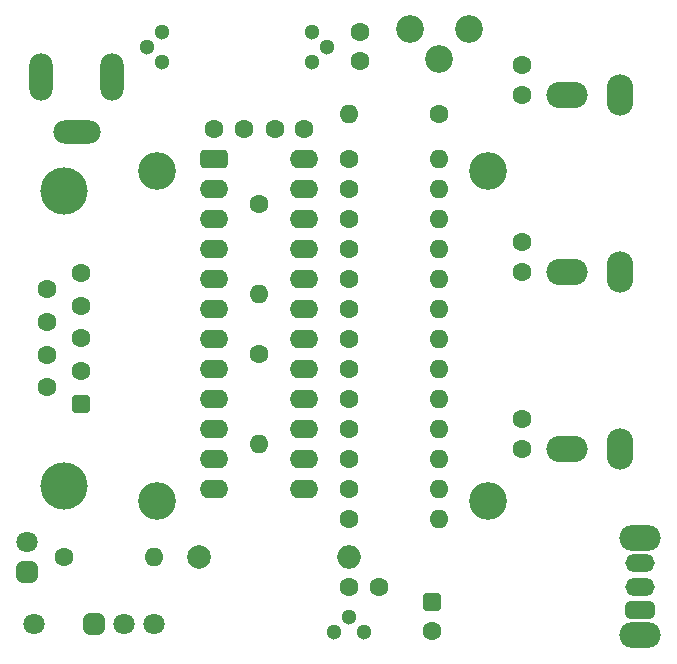
<source format=gbr>
%TF.GenerationSoftware,KiCad,Pcbnew,(6.0.11)*%
%TF.CreationDate,2023-07-09T23:55:29-07:00*%
%TF.ProjectId,cga-ypbpr,6367612d-7970-4627-9072-2e6b69636164,rev?*%
%TF.SameCoordinates,PX2990618PY4bd2668*%
%TF.FileFunction,Soldermask,Top*%
%TF.FilePolarity,Negative*%
%FSLAX46Y46*%
G04 Gerber Fmt 4.6, Leading zero omitted, Abs format (unit mm)*
G04 Created by KiCad (PCBNEW (6.0.11)) date 2023-07-09 23:55:29*
%MOMM*%
%LPD*%
G01*
G04 APERTURE LIST*
G04 Aperture macros list*
%AMRoundRect*
0 Rectangle with rounded corners*
0 $1 Rounding radius*
0 $2 $3 $4 $5 $6 $7 $8 $9 X,Y pos of 4 corners*
0 Add a 4 corners polygon primitive as box body*
4,1,4,$2,$3,$4,$5,$6,$7,$8,$9,$2,$3,0*
0 Add four circle primitives for the rounded corners*
1,1,$1+$1,$2,$3*
1,1,$1+$1,$4,$5*
1,1,$1+$1,$6,$7*
1,1,$1+$1,$8,$9*
0 Add four rect primitives between the rounded corners*
20,1,$1+$1,$2,$3,$4,$5,0*
20,1,$1+$1,$4,$5,$6,$7,0*
20,1,$1+$1,$6,$7,$8,$9,0*
20,1,$1+$1,$8,$9,$2,$3,0*%
G04 Aperture macros list end*
%ADD10C,3.200000*%
%ADD11C,1.600000*%
%ADD12O,1.600000X1.600000*%
%ADD13O,3.500000X2.250000*%
%ADD14O,2.250000X3.500000*%
%ADD15O,3.500000X2.200000*%
%ADD16RoundRect,0.375000X0.875000X-0.375000X0.875000X0.375000X-0.875000X0.375000X-0.875000X-0.375000X0*%
%ADD17O,2.500000X1.500000*%
%ADD18C,4.000000*%
%ADD19RoundRect,0.400000X-0.400000X0.400000X-0.400000X-0.400000X0.400000X-0.400000X0.400000X0.400000X0*%
%ADD20C,1.800000*%
%ADD21RoundRect,0.450000X-0.450000X-0.450000X0.450000X-0.450000X0.450000X0.450000X-0.450000X0.450000X0*%
%ADD22RoundRect,0.450000X0.450000X-0.450000X0.450000X0.450000X-0.450000X0.450000X-0.450000X-0.450000X0*%
%ADD23C,1.300000*%
%ADD24C,2.000000*%
%ADD25O,2.000000X2.000000*%
%ADD26C,2.340000*%
%ADD27O,2.000000X4.000000*%
%ADD28O,4.000000X2.000000*%
%ADD29RoundRect,0.400000X-0.800000X-0.400000X0.800000X-0.400000X0.800000X0.400000X-0.800000X0.400000X0*%
%ADD30O,2.400000X1.600000*%
G04 APERTURE END LIST*
D10*
%TO.C,MK2*%
X-3353000Y-11000000D03*
%TD*%
%TO.C,MK4*%
X24647000Y-11000000D03*
%TD*%
%TO.C,MK3*%
X24647000Y-39000000D03*
%TD*%
%TO.C,MK1*%
X-3353000Y-39000000D03*
%TD*%
D11*
%TO.C,R10*%
X12932000Y-32890000D03*
D12*
X20552000Y-32890000D03*
%TD*%
D11*
%TO.C,R5*%
X12932000Y-20190000D03*
D12*
X20552000Y-20190000D03*
%TD*%
D11*
%TO.C,R7*%
X12932000Y-25270000D03*
D12*
X20552000Y-25270000D03*
%TD*%
D11*
%TO.C,R8*%
X12932000Y-27810000D03*
D12*
X20552000Y-27810000D03*
%TD*%
D11*
%TO.C,R11*%
X12932000Y-35430000D03*
D12*
X20552000Y-35430000D03*
%TD*%
D11*
%TO.C,R6*%
X12932000Y-22730000D03*
D12*
X20552000Y-22730000D03*
%TD*%
D11*
%TO.C,R9*%
X12932000Y-30350000D03*
D12*
X20552000Y-30350000D03*
%TD*%
D11*
%TO.C,C5*%
X27537000Y-34555000D03*
X27537000Y-32055000D03*
%TD*%
%TO.C,C2*%
X9122000Y-7490000D03*
X6622000Y-7490000D03*
%TD*%
%TO.C,R2*%
X12932000Y-12570000D03*
D12*
X20552000Y-12570000D03*
%TD*%
D11*
%TO.C,R3*%
X12932000Y-15110000D03*
D12*
X20552000Y-15110000D03*
%TD*%
D11*
%TO.C,R4*%
X12932000Y-17650000D03*
D12*
X20552000Y-17650000D03*
%TD*%
D11*
%TO.C,R14*%
X5312000Y-13840000D03*
D12*
X5312000Y-21460000D03*
%TD*%
D13*
%TO.C,J4*%
X31366000Y-19555000D03*
D14*
X35866000Y-19555000D03*
%TD*%
D11*
%TO.C,C6*%
X27537000Y-19555000D03*
X27537000Y-17055000D03*
%TD*%
D15*
%TO.C,SW2*%
X37570000Y-50325000D03*
X37570000Y-42125000D03*
D16*
X37570000Y-48225000D03*
D17*
X37570000Y-46225000D03*
X37570000Y-44225000D03*
%TD*%
D18*
%TO.C,J1*%
X-11221000Y-37691000D03*
X-11221000Y-12691000D03*
D19*
X-9801000Y-30731000D03*
D11*
X-9801000Y-27961000D03*
X-9801000Y-25191000D03*
X-9801000Y-22421000D03*
X-9801000Y-19651000D03*
X-12641000Y-29346000D03*
X-12641000Y-26576000D03*
X-12641000Y-23806000D03*
X-12641000Y-21036000D03*
%TD*%
D13*
%TO.C,J5*%
X31366000Y-4555000D03*
D14*
X35866000Y-4555000D03*
%TD*%
D11*
%TO.C,R1*%
X12932000Y-10030000D03*
D12*
X20552000Y-10030000D03*
%TD*%
D11*
%TO.C,R17*%
X5312000Y-26540000D03*
D12*
X5312000Y-34160000D03*
%TD*%
D20*
%TO.C,SW1*%
X-13738000Y-49400000D03*
D21*
X-8658000Y-49400000D03*
D20*
X-6118000Y-49400000D03*
X-3578000Y-49400000D03*
%TD*%
D22*
%TO.C,D1*%
X-14373000Y-44955000D03*
D20*
X-14373000Y-42415000D03*
%TD*%
D11*
%TO.C,C8*%
X13821000Y765000D03*
X13821000Y-1735000D03*
%TD*%
D23*
%TO.C,Q2*%
X9757000Y765000D03*
X11027000Y-505000D03*
X9757000Y-1775000D03*
%TD*%
D24*
%TO.C,FB1*%
X232000Y-43685000D03*
D25*
X12932000Y-43685000D03*
%TD*%
D19*
%TO.C,C4*%
X19917000Y-47495000D03*
D11*
X19917000Y-49995000D03*
%TD*%
%TO.C,C1*%
X12932000Y-46225000D03*
X15432000Y-46225000D03*
%TD*%
D26*
%TO.C,RV1*%
X23052000Y979000D03*
X20552000Y-1521000D03*
X18052000Y979000D03*
%TD*%
D11*
%TO.C,R16*%
X20552000Y-6220000D03*
D12*
X12932000Y-6220000D03*
%TD*%
D11*
%TO.C,R15*%
X-11198000Y-43685000D03*
D12*
X-3578000Y-43685000D03*
%TD*%
D11*
%TO.C,C3*%
X4002000Y-7490000D03*
X1502000Y-7490000D03*
%TD*%
D27*
%TO.C,J2*%
X-7134000Y-3045000D03*
X-13134000Y-3045000D03*
D28*
X-10134000Y-7745000D03*
%TD*%
D11*
%TO.C,R12*%
X12932000Y-37970000D03*
D12*
X20552000Y-37970000D03*
%TD*%
D11*
%TO.C,R13*%
X12932000Y-40510000D03*
D12*
X20552000Y-40510000D03*
%TD*%
D23*
%TO.C,Q1*%
X-2943000Y-1775000D03*
X-4213000Y-505000D03*
X-2943000Y765000D03*
%TD*%
%TO.C,U1*%
X11662000Y-50035000D03*
X12932000Y-48765000D03*
X14202000Y-50035000D03*
%TD*%
D13*
%TO.C,J3*%
X31366000Y-34555000D03*
D14*
X35866000Y-34555000D03*
%TD*%
D11*
%TO.C,C7*%
X27537000Y-4555000D03*
X27537000Y-2055000D03*
%TD*%
D29*
%TO.C,U2*%
X1502000Y-10030000D03*
D30*
X1502000Y-12570000D03*
X1502000Y-15110000D03*
X1502000Y-17650000D03*
X1502000Y-20190000D03*
X1502000Y-22730000D03*
X1502000Y-25270000D03*
X1502000Y-27810000D03*
X1502000Y-30350000D03*
X1502000Y-32890000D03*
X1502000Y-35430000D03*
X1502000Y-37970000D03*
X9122000Y-37970000D03*
X9122000Y-35430000D03*
X9122000Y-32890000D03*
X9122000Y-30350000D03*
X9122000Y-27810000D03*
X9122000Y-25270000D03*
X9122000Y-22730000D03*
X9122000Y-20190000D03*
X9122000Y-17650000D03*
X9122000Y-15110000D03*
X9122000Y-12570000D03*
X9122000Y-10030000D03*
%TD*%
M02*

</source>
